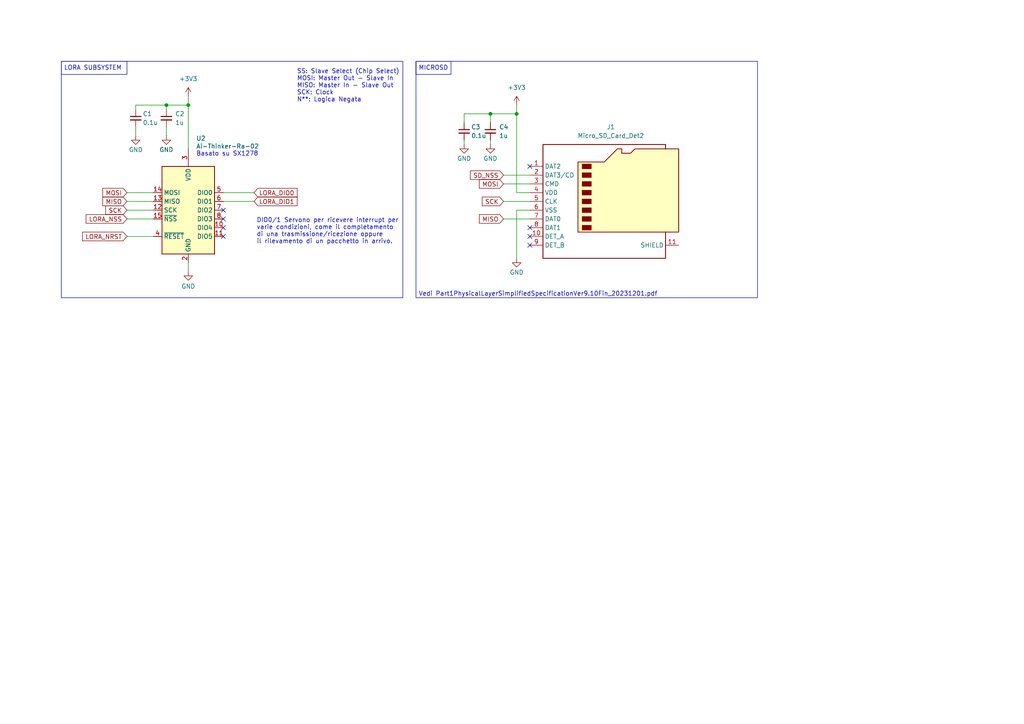
<source format=kicad_sch>
(kicad_sch (version 20250114) (generator "eeschema") (generator_version "9.0")
  (paper "A4")
  (lib_symbols
    (symbol "Connector:Micro_SD_Card_Det2"
      (property "Reference" "J" (at -16.51 17.78 0))
      (property "Value" "Micro_SD_Card_Det2" (at 16.51 17.78 0))
      (symbol "Micro_SD_Card_Det2_0_1"
        (polyline (pts (xy -8.89 -8.89) (xy -8.89 11.43) (xy -1.27 11.43) (xy 2.54 15.24) (xy 3.81 15.24) (xy 3.81 13.97) (xy 6.35 13.97) (xy 7.62 15.24) (xy 20.32 15.24) (xy 20.32 -8.89) (xy -8.89 -8.89)) (stroke (width 0.254)) (fill (type background)))
        (rectangle (start -7.62 10.795) (end -5.08 9.525) (stroke (width 0.254)) (fill (type outline)))
        (rectangle (start -7.62 8.255) (end -5.08 6.985) (stroke (width 0.254)) (fill (type outline)))
        (rectangle (start -7.62 5.715) (end -5.08 4.445) (stroke (width 0.254)) (fill (type outline)))
        (rectangle (start -7.62 3.175) (end -5.08 1.905) (stroke (width 0.254)) (fill (type outline)))
        (rectangle (start -7.62 0.635) (end -5.08 -0.635) (stroke (width 0.254)) (fill (type outline)))
        (rectangle (start -7.62 -1.905) (end -5.08 -3.175) (stroke (width 0.254)) (fill (type outline)))
        (rectangle (start -7.62 -4.445) (end -5.08 -5.715) (stroke (width 0.254)) (fill (type outline)))
        (rectangle (start -7.62 -6.985) (end -5.08 -8.255) (stroke (width 0.254)) (fill (type outline)))
        (polyline (pts (xy 16.51 15.24) (xy 16.51 16.51) (xy -19.05 16.51) (xy -19.05 -16.51) (xy 16.51 -16.51) (xy 16.51 -8.89)) (stroke (width 0.254)))
      )
      (symbol "Micro_SD_Card_Det2_1_1"
        (pin bidirectional line (at -22.86 10.16 0) (length 3.81) (name "DAT2") (number "1"))
        (pin bidirectional line (at -22.86 7.62 0) (length 3.81) (name "DAT3/CD") (number "2"))
        (pin input line (at -22.86 5.08 0) (length 3.81) (name "CMD") (number "3"))
        (pin power_in line (at -22.86 2.54 0) (length 3.81) (name "VDD") (number "4"))
        (pin input line (at -22.86 0 0) (length 3.81) (name "CLK") (number "5"))
        (pin power_in line (at -22.86 -2.54 0) (length 3.81) (name "VSS") (number "6"))
        (pin bidirectional line (at -22.86 -5.08 0) (length 3.81) (name "DAT0") (number "7"))
        (pin bidirectional line (at -22.86 -7.62 0) (length 3.81) (name "DAT1") (number "8"))
        (pin passive line (at -22.86 -10.16 0) (length 3.81) (name "DET_A") (number "10"))
        (pin passive line (at -22.86 -12.7 0) (length 3.81) (name "DET_B") (number "9"))
        (pin passive line (at 20.32 -12.7 180) (length 3.81) (name "SHIELD") (number "11"))
      )
    )
    (symbol "Device:C_Small" (pin_numbers (hide yes)) (pin_names (offset 0.254) (hide yes))
      (property "Reference" "C" (at 0.254 1.778 0))
      (property "Value" "C_Small" (at 0.254 -2.032 0))
      (symbol "C_Small_0_1"
        (polyline (pts (xy -1.524 0.508) (xy 1.524 0.508)) (stroke (width 0.3048)))
        (polyline (pts (xy -1.524 -0.508) (xy 1.524 -0.508)) (stroke (width 0.3302)))
      )
      (symbol "C_Small_1_1"
        (pin passive line (at 0 2.54 270) (length 2.032) (name "~") (number "1"))
        (pin passive line (at 0 -2.54 90) (length 2.032) (name "~") (number "2"))
      )
    )
    (symbol "RF_Module:Ai-Thinker-Ra-02"
      (property "Reference" "U" (at 2.54 19.05 0))
      (property "Value" "Ai-Thinker-Ra-02" (at 13.97 -15.24 0))
      (symbol "Ai-Thinker-Ra-02_0_1"
        (rectangle (start -7.62 12.7) (end 7.62 -12.7) (stroke (width 0.254)) (fill (type background)))
      )
      (symbol "Ai-Thinker-Ra-02_1_1"
        (pin input line (at -10.16 5.08 0) (length 2.54) (name "MOSI") (number "14"))
        (pin output line (at -10.16 2.54 0) (length 2.54) (name "MISO") (number "13"))
        (pin input line (at -10.16 0 0) (length 2.54) (name "SCK") (number "12"))
        (pin input line (at -10.16 -2.54 0) (length 2.54) (name "~{NSS}") (number "15"))
        (pin input line (at -10.16 -7.62 0) (length 2.54) (name "~{RESET}") (number "4"))
        (pin power_in line (at 0 17.78 270) (length 5.08) (name "VDD") (number "3"))
        (pin passive line (at 0 -15.24 90) (length 2.54) (hide yes) (name "GND") (number "1"))
        (pin passive line (at 0 -15.24 90) (length 2.54) (hide yes) (name "GND") (number "16"))
        (pin power_in line (at 0 -15.24 90) (length 2.54) (name "GND") (number "2"))
        (pin passive line (at 0 -15.24 90) (length 2.54) (hide yes) (name "GND") (number "9"))
        (pin bidirectional line (at 10.16 5.08 180) (length 2.54) (name "DIO0") (number "5"))
        (pin bidirectional line (at 10.16 2.54 180) (length 2.54) (name "DIO1") (number "6"))
        (pin bidirectional line (at 10.16 0 180) (length 2.54) (name "DIO2") (number "7"))
        (pin bidirectional line (at 10.16 -2.54 180) (length 2.54) (name "DIO3") (number "8"))
        (pin bidirectional line (at 10.16 -5.08 180) (length 2.54) (name "DIO4") (number "10"))
        (pin bidirectional line (at 10.16 -7.62 180) (length 2.54) (name "DIO5") (number "11"))
      )
    )
    (symbol "power:+3V3" (power) (pin_numbers (hide yes)) (pin_names (offset 0) (hide yes))
      (property "Value" "+3V3" (at 0 3.556 0))
      (symbol "+3V3_0_1"
        (polyline (pts (xy -0.762 1.27) (xy 0 2.54)))
        (polyline (pts (xy 0 2.54) (xy 0.762 1.27)))
        (polyline (pts (xy 0 0) (xy 0 2.54)))
      )
      (symbol "+3V3_1_1"
        (pin power_in line (at 0 0 90) (length 0) (name "~") (number "1"))
      )
    )
    (symbol "power:GND" (power) (pin_numbers (hide yes)) (pin_names (offset 0) (hide yes))
      (property "Value" "GND" (at 0 -3.81 0))
      (symbol "GND_0_1"
        (polyline (pts (xy 0 0) (xy 0 -1.27) (xy 1.27 -1.27) (xy 0 -2.54) (xy -1.27 -1.27) (xy 0 -1.27)))
      )
      (symbol "GND_1_1"
        (pin power_in line (at 0 0 270) (length 0) (name "~") (number "1"))
      )
    )
  )
  (rectangle (start 120.65 17.78) (end 219.71 86.36))
  (rectangle (start 17.78 17.78) (end 36.83 21.59))
  (rectangle (start 120.65 17.78) (end 130.81 21.59))
  (rectangle (start 17.78 17.78) (end 116.84 86.36))
  (text "Basato su SX1278" (at 56.896 44.704 0) (effects (font (size 1.27 1.27)) (justify left)))
  (text "SS: Slave Select (Chip Select)\nMOSI: Master Out - Slave In\nMISO: Master In - Slave Out\nSCK: Clock\nN**: Logica Negata" (at 86.106 24.892 0) (effects (font (size 1.27 1.27)) (justify left)))
  (text "LORA SUBSYSTEM" (at 18.542 19.812 0) (effects (font (size 1.27 1.27)) (justify left)))
  (text "Vedi Part1PhysicalLayerSimplifiedSpecificationVer9.10Fin_20231201.pdf" (at 121.412 85.344 0) (effects (font (size 1.27 1.27)) (justify left)))
  (text "MICROSD" (at 121.412 19.812 0) (effects (font (size 1.27 1.27)) (justify left)))
  (text "DIO0/1 Servono per ricevere interrupt per\nvarie condizioni, come il completamento \ndi una trasmissione/ricezione oppure\nil rilevamento di un pacchetto in arrivo." (at 74.422 67.056 0) (effects (font (size 1.27 1.27)) (justify left)))
  (junction (at 48.26 30.48))
  (junction (at 54.61 30.48))
  (junction (at 149.86 33.02))
  (junction (at 142.24 33.02))
  (no_connect (at 153.67 66.04))
  (no_connect (at 64.77 68.58))
  (no_connect (at 153.67 71.12))
  (no_connect (at 64.77 60.96))
  (no_connect (at 64.77 66.04))
  (no_connect (at 64.77 63.5))
  (no_connect (at 153.67 48.26))
  (no_connect (at 153.67 68.58))
  (wire (pts (xy 64.77 55.88) (xy 73.66 55.88)))
  (wire (pts (xy 153.67 60.96) (xy 149.86 60.96)))
  (wire (pts (xy 48.26 36.83) (xy 48.26 39.37)))
  (wire (pts (xy 149.86 33.02) (xy 149.86 55.88)))
  (wire (pts (xy 48.26 31.75) (xy 48.26 30.48)))
  (wire (pts (xy 149.86 33.02) (xy 149.86 30.48)))
  (wire (pts (xy 36.83 60.96) (xy 44.45 60.96)))
  (wire (pts (xy 134.62 40.64) (xy 134.62 41.91)))
  (wire (pts (xy 36.83 68.58) (xy 44.45 68.58)))
  (wire (pts (xy 54.61 30.48) (xy 54.61 43.18)))
  (wire (pts (xy 36.83 58.42) (xy 44.45 58.42)))
  (wire (pts (xy 142.24 33.02) (xy 149.86 33.02)))
  (wire (pts (xy 146.05 53.34) (xy 153.67 53.34)))
  (wire (pts (xy 153.67 55.88) (xy 149.86 55.88)))
  (wire (pts (xy 146.05 50.8) (xy 153.67 50.8)))
  (wire (pts (xy 39.37 31.75) (xy 39.37 30.48)))
  (wire (pts (xy 36.83 63.5) (xy 44.45 63.5)))
  (wire (pts (xy 146.05 58.42) (xy 153.67 58.42)))
  (wire (pts (xy 54.61 76.2) (xy 54.61 78.74)))
  (wire (pts (xy 146.05 63.5) (xy 153.67 63.5)))
  (wire (pts (xy 48.26 30.48) (xy 54.61 30.48)))
  (wire (pts (xy 64.77 58.42) (xy 73.66 58.42)))
  (wire (pts (xy 149.86 60.96) (xy 149.86 74.93)))
  (wire (pts (xy 54.61 27.94) (xy 54.61 30.48)))
  (wire (pts (xy 36.83 55.88) (xy 44.45 55.88)))
  (wire (pts (xy 142.24 35.56) (xy 142.24 33.02)))
  (wire (pts (xy 134.62 35.56) (xy 134.62 33.02)))
  (wire (pts (xy 39.37 30.48) (xy 48.26 30.48)))
  (wire (pts (xy 142.24 40.64) (xy 142.24 41.91)))
  (wire (pts (xy 39.37 36.83) (xy 39.37 39.37)))
  (wire (pts (xy 134.62 33.02) (xy 142.24 33.02)))
  (global_label "MOSI" (shape input) (at 146.05 53.34 180) (property "Intersheetrefs" "${INTERSHEET_REFS}" (effects (hide yes))))
  (global_label "SD_NSS" (shape input) (at 146.05 50.8 180) (property "Intersheetrefs" "${INTERSHEET_REFS}" (effects (hide yes))))
  (global_label "MISO" (shape input) (at 36.83 58.42 180) (property "Intersheetrefs" "${INTERSHEET_REFS}" (effects (hide yes))))
  (global_label "MOSI" (shape input) (at 36.83 55.88 180) (property "Intersheetrefs" "${INTERSHEET_REFS}" (effects (hide yes))))
  (global_label "LORA_NRST" (shape input) (at 36.83 68.58 180) (property "Intersheetrefs" "${INTERSHEET_REFS}" (effects (hide yes))))
  (global_label "SCK" (shape input) (at 146.05 58.42 180) (property "Intersheetrefs" "${INTERSHEET_REFS}" (effects (hide yes))))
  (global_label "MISO" (shape input) (at 146.05 63.5 180) (property "Intersheetrefs" "${INTERSHEET_REFS}" (effects (hide yes))))
  (global_label "SCK" (shape input) (at 36.83 60.96 180) (property "Intersheetrefs" "${INTERSHEET_REFS}" (effects (hide yes))))
  (global_label "LORA_DIO1" (shape input) (at 73.66 58.42 0) (property "Intersheetrefs" "${INTERSHEET_REFS}" (effects (hide yes))))
  (global_label "LORA_DIO0" (shape input) (at 73.66 55.88 0) (property "Intersheetrefs" "${INTERSHEET_REFS}" (effects (hide yes))))
  (global_label "LORA_NSS" (shape input) (at 36.83 63.5 180) (property "Intersheetrefs" "${INTERSHEET_REFS}" (effects (hide yes))))
  (symbol (lib_id "power:GND") (at 48.26 39.37 0) (unit 1)
    (property "Reference" "#PWR03" (effects (hide yes)))
    (property "Value" "GND" (at 48.26 43.434 0))
    (property "Description" "Power symbol creates a global label with name \"GND\" , ground" (effects (hide yes)))
  )
  (symbol (lib_id "Device:C_Small") (at 48.26 34.29 0) (unit 1)
    (property "Reference" "C2" (at 50.8 33.0262 0) (effects (justify left)))
    (property "Value" "1u" (at 50.8 35.5662 0) (effects (justify left)))
    (property "Description" "Unpolarized capacitor, small symbol" (effects (hide yes)))
  )
  (symbol (lib_id "RF_Module:Ai-Thinker-Ra-02") (at 54.61 60.96 0) (unit 1)
    (property "Reference" "U2" (at 56.896 40.132 0) (effects (justify left)))
    (property "Value" "Ai-Thinker-Ra-02" (at 56.896 42.418 0) (effects (justify left)))
    (property "Footprint" "RF_Module:Ai-Thinker-Ra-01-LoRa" (effects (hide yes)))
    (property "Datasheet" "http://wiki.ai-thinker.com/_media/lora/docs/c048ps01a1_ra-02_product_specification_v1.1.pdf" (effects (hide yes)))
    (property "Description" "Ai-Thinker Ra-02 410-525 MHz LoRa Module, SPI interface, U.FL antenna connector" (effects (hide yes)))
  )
  (symbol (lib_id "power:GND") (at 39.37 39.37 0) (unit 1)
    (property "Reference" "#PWR08" (effects (hide yes)))
    (property "Value" "GND" (at 39.37 43.434 0))
    (property "Description" "Power symbol creates a global label with name \"GND\" , ground" (effects (hide yes)))
  )
  (symbol (lib_id "Device:C_Small") (at 134.62 38.1 0) (unit 1)
    (property "Reference" "C3" (at 136.652 36.83 0) (effects (justify left)))
    (property "Value" "0.1u" (at 136.652 39.37 0) (effects (justify left)))
    (property "Description" "Unpolarized capacitor, small symbol" (effects (hide yes)))
  )
  (symbol (lib_id "Device:C_Small") (at 39.37 34.29 0) (unit 1)
    (property "Reference" "C1" (at 41.402 33.02 0) (effects (justify left)))
    (property "Value" "0.1u" (at 41.402 35.56 0) (effects (justify left)))
    (property "Description" "Unpolarized capacitor, small symbol" (effects (hide yes)))
  )
  (symbol (lib_id "power:+3V3") (at 149.86 30.48 0) (unit 1)
    (property "Reference" "#PWR04" (effects (hide yes)))
    (property "Value" "+3V3" (at 149.86 25.4 0))
    (property "Description" "Power symbol creates a global label with name \"+3V3\"" (effects (hide yes)))
  )
  (symbol (lib_id "Connector:Micro_SD_Card_Det2") (at 176.53 58.42 0) (unit 1)
    (property "Reference" "J1" (at 177.165 36.83 0))
    (property "Value" "Micro_SD_Card_Det2" (at 177.165 39.37 0))
    (property "Footprint" "Connector_Card:microSD_HC_Molex_104031-0811" (effects (hide yes)))
    (property "Datasheet" "https://www.hirose.com/en/product/document?clcode=&productname=&series=DM3&documenttype=Catalog&lang=en&documentid=D49662_en" (effects (hide yes)))
    (property "Description" "Micro SD Card Socket with two card detection pins" (effects (hide yes)))
  )
  (symbol (lib_id "power:GND") (at 134.62 41.91 0) (unit 1)
    (property "Reference" "#PWR07" (effects (hide yes)))
    (property "Value" "GND" (at 134.62 45.974 0))
    (property "Description" "Power symbol creates a global label with name \"GND\" , ground" (effects (hide yes)))
  )
  (symbol (lib_id "power:+3V3") (at 54.61 27.94 0) (unit 1)
    (property "Reference" "#PWR02" (effects (hide yes)))
    (property "Value" "+3V3" (at 54.61 22.86 0))
    (property "Description" "Power symbol creates a global label with name \"+3V3\"" (effects (hide yes)))
  )
  (symbol (lib_id "power:GND") (at 142.24 41.91 0) (unit 1)
    (property "Reference" "#PWR05" (effects (hide yes)))
    (property "Value" "GND" (at 142.24 45.974 0))
    (property "Description" "Power symbol creates a global label with name \"GND\" , ground" (effects (hide yes)))
  )
  (symbol (lib_id "Device:C_Small") (at 142.24 38.1 0) (unit 1)
    (property "Reference" "C4" (at 144.78 36.8362 0) (effects (justify left)))
    (property "Value" "1u" (at 144.78 39.3762 0) (effects (justify left)))
    (property "Description" "Unpolarized capacitor, small symbol" (effects (hide yes)))
  )
  (symbol (lib_id "power:GND") (at 54.61 78.74 0) (unit 1)
    (property "Reference" "#PWR01" (effects (hide yes)))
    (property "Value" "GND" (at 54.61 83.058 0))
    (property "Description" "Power symbol creates a global label with name \"GND\" , ground" (effects (hide yes)))
  )
  (symbol (lib_id "power:GND") (at 149.86 74.93 0) (unit 1)
    (property "Reference" "#PWR06" (effects (hide yes)))
    (property "Value" "GND" (at 149.86 78.994 0))
    (property "Description" "Power symbol creates a global label with name \"GND\" , ground" (effects (hide yes)))
  )
)
</source>
